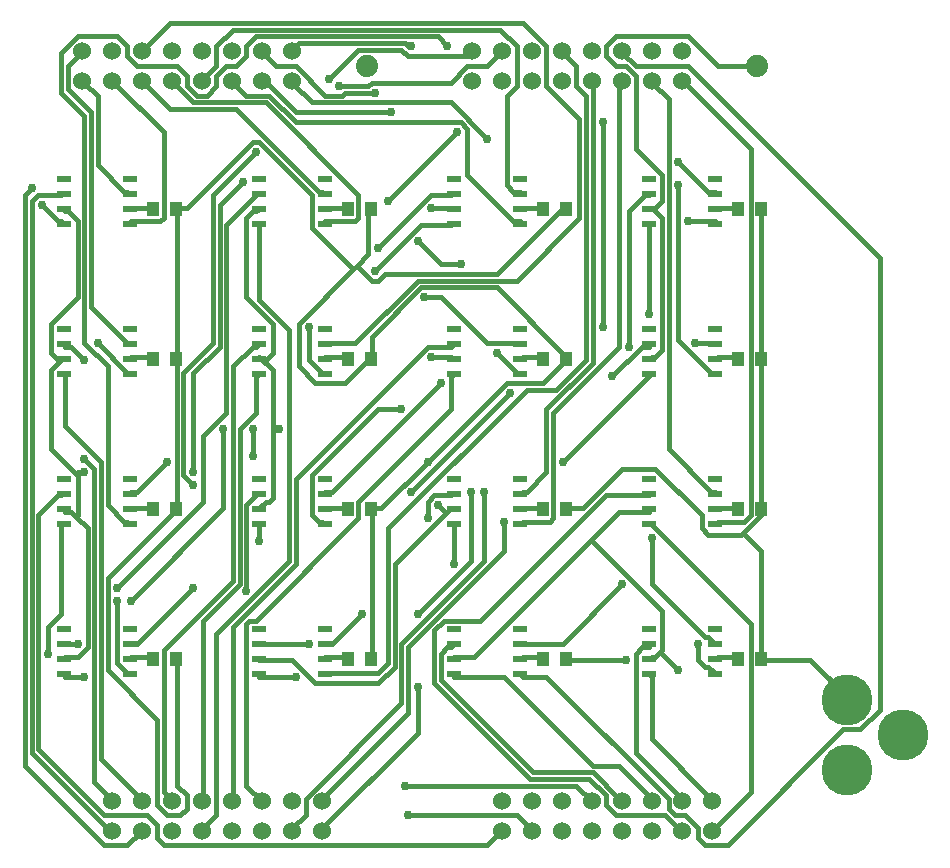
<source format=gbr>
G04 EAGLE Gerber X2 export*
%TF.Part,Single*%
%TF.FileFunction,Copper,L1,Top,Mixed*%
%TF.FilePolarity,Positive*%
%TF.GenerationSoftware,Autodesk,EAGLE,8.6.3*%
%TF.CreationDate,2018-04-24T10:21:06Z*%
G75*
%MOMM*%
%FSLAX34Y34*%
%LPD*%
%AMOC8*
5,1,8,0,0,1.08239X$1,22.5*%
G01*
%ADD10C,1.530000*%
%ADD11C,4.318000*%
%ADD12C,1.879600*%
%ADD13R,1.000000X1.250000*%
%ADD14R,1.200000X0.600000*%
%ADD15C,0.406400*%
%ADD16C,0.756400*%


D10*
X76200Y660400D03*
X76200Y685800D03*
X101600Y660400D03*
X101600Y685800D03*
X127000Y660400D03*
X127000Y685800D03*
X152400Y660400D03*
X152400Y685800D03*
X177800Y660400D03*
X177800Y685800D03*
X203200Y660400D03*
X203200Y685800D03*
X228600Y660400D03*
X228600Y685800D03*
X254000Y660400D03*
X254000Y685800D03*
X406400Y660400D03*
X406400Y685800D03*
X431800Y660400D03*
X431800Y685800D03*
X457200Y660400D03*
X457200Y685800D03*
X482600Y660400D03*
X482600Y685800D03*
X508000Y660400D03*
X508000Y685800D03*
X533400Y660400D03*
X533400Y685800D03*
X558800Y660400D03*
X558800Y685800D03*
X584200Y660400D03*
X584200Y685800D03*
D11*
X723900Y137000D03*
X723900Y77000D03*
X770900Y107000D03*
D10*
X101600Y25400D03*
X101600Y50800D03*
X127000Y25400D03*
X127000Y50800D03*
X152400Y25400D03*
X152400Y50800D03*
X177800Y25400D03*
X177800Y50800D03*
X203200Y25400D03*
X203200Y50800D03*
X228600Y25400D03*
X228600Y50800D03*
X254000Y25400D03*
X254000Y50800D03*
X279400Y25400D03*
X279400Y50800D03*
X431800Y25400D03*
X431800Y50800D03*
X457200Y25400D03*
X457200Y50800D03*
X482600Y25400D03*
X482600Y50800D03*
X508000Y25400D03*
X508000Y50800D03*
X533400Y25400D03*
X533400Y50800D03*
X558800Y25400D03*
X558800Y50800D03*
X584200Y25400D03*
X584200Y50800D03*
X609600Y25400D03*
X609600Y50800D03*
D12*
X647700Y673100D03*
X317500Y673100D03*
D13*
X136050Y552450D03*
X156050Y552450D03*
D14*
X60900Y577850D03*
X60900Y565150D03*
X60900Y552450D03*
X60900Y539750D03*
X116900Y539750D03*
X116900Y552450D03*
X116900Y565150D03*
X116900Y577850D03*
D13*
X301150Y552450D03*
X321150Y552450D03*
D14*
X226000Y577850D03*
X226000Y565150D03*
X226000Y552450D03*
X226000Y539750D03*
X282000Y539750D03*
X282000Y552450D03*
X282000Y565150D03*
X282000Y577850D03*
D13*
X466250Y552450D03*
X486250Y552450D03*
D14*
X391100Y577850D03*
X391100Y565150D03*
X391100Y552450D03*
X391100Y539750D03*
X447100Y539750D03*
X447100Y552450D03*
X447100Y565150D03*
X447100Y577850D03*
D13*
X631350Y552450D03*
X651350Y552450D03*
D14*
X556200Y577850D03*
X556200Y565150D03*
X556200Y552450D03*
X556200Y539750D03*
X612200Y539750D03*
X612200Y552450D03*
X612200Y565150D03*
X612200Y577850D03*
D13*
X136050Y425450D03*
X156050Y425450D03*
D14*
X60900Y450850D03*
X60900Y438150D03*
X60900Y425450D03*
X60900Y412750D03*
X116900Y412750D03*
X116900Y425450D03*
X116900Y438150D03*
X116900Y450850D03*
D13*
X301150Y425450D03*
X321150Y425450D03*
D14*
X226000Y450850D03*
X226000Y438150D03*
X226000Y425450D03*
X226000Y412750D03*
X282000Y412750D03*
X282000Y425450D03*
X282000Y438150D03*
X282000Y450850D03*
D13*
X466250Y425450D03*
X486250Y425450D03*
D14*
X391100Y450850D03*
X391100Y438150D03*
X391100Y425450D03*
X391100Y412750D03*
X447100Y412750D03*
X447100Y425450D03*
X447100Y438150D03*
X447100Y450850D03*
D13*
X631350Y425450D03*
X651350Y425450D03*
D14*
X556200Y450850D03*
X556200Y438150D03*
X556200Y425450D03*
X556200Y412750D03*
X612200Y412750D03*
X612200Y425450D03*
X612200Y438150D03*
X612200Y450850D03*
D13*
X136050Y298450D03*
X156050Y298450D03*
D14*
X60900Y323850D03*
X60900Y311150D03*
X60900Y298450D03*
X60900Y285750D03*
X116900Y285750D03*
X116900Y298450D03*
X116900Y311150D03*
X116900Y323850D03*
D13*
X301150Y298450D03*
X321150Y298450D03*
D14*
X226000Y323850D03*
X226000Y311150D03*
X226000Y298450D03*
X226000Y285750D03*
X282000Y285750D03*
X282000Y298450D03*
X282000Y311150D03*
X282000Y323850D03*
D13*
X466250Y298450D03*
X486250Y298450D03*
D14*
X391100Y323850D03*
X391100Y311150D03*
X391100Y298450D03*
X391100Y285750D03*
X447100Y285750D03*
X447100Y298450D03*
X447100Y311150D03*
X447100Y323850D03*
D13*
X631350Y298450D03*
X651350Y298450D03*
D14*
X556200Y323850D03*
X556200Y311150D03*
X556200Y298450D03*
X556200Y285750D03*
X612200Y285750D03*
X612200Y298450D03*
X612200Y311150D03*
X612200Y323850D03*
D13*
X136050Y171450D03*
X156050Y171450D03*
D14*
X60900Y196850D03*
X60900Y184150D03*
X60900Y171450D03*
X60900Y158750D03*
X116900Y158750D03*
X116900Y171450D03*
X116900Y184150D03*
X116900Y196850D03*
D13*
X301150Y171450D03*
X321150Y171450D03*
D14*
X226000Y196850D03*
X226000Y184150D03*
X226000Y171450D03*
X226000Y158750D03*
X282000Y158750D03*
X282000Y171450D03*
X282000Y184150D03*
X282000Y196850D03*
D13*
X466250Y171450D03*
X486250Y171450D03*
D14*
X391100Y196850D03*
X391100Y184150D03*
X391100Y171450D03*
X391100Y158750D03*
X447100Y158750D03*
X447100Y171450D03*
X447100Y184150D03*
X447100Y196850D03*
D13*
X631350Y171450D03*
X651350Y171450D03*
D14*
X556200Y196850D03*
X556200Y184150D03*
X556200Y171450D03*
X556200Y158750D03*
X612200Y158750D03*
X612200Y171450D03*
X612200Y184150D03*
X612200Y196850D03*
D15*
X134112Y553212D02*
X117348Y553212D01*
X116900Y552450D01*
X134112Y553212D02*
X136050Y552450D01*
X134112Y427482D02*
X117348Y427482D01*
X116900Y425450D01*
X134112Y427482D02*
X136050Y425450D01*
X282194Y553212D02*
X298958Y553212D01*
X282194Y553212D02*
X282000Y552450D01*
X298958Y553212D02*
X301150Y552450D01*
X298958Y427482D02*
X282194Y427482D01*
X282000Y425450D01*
X298958Y427482D02*
X301150Y425450D01*
X449834Y553212D02*
X463804Y553212D01*
X449834Y553212D02*
X447100Y552450D01*
X463804Y553212D02*
X466250Y552450D01*
X614680Y553212D02*
X628650Y553212D01*
X614680Y553212D02*
X612200Y552450D01*
X628650Y553212D02*
X631350Y552450D01*
X628650Y427482D02*
X614680Y427482D01*
X612200Y425450D01*
X628650Y427482D02*
X631350Y425450D01*
X463804Y427482D02*
X449834Y427482D01*
X447100Y425450D01*
X463804Y427482D02*
X466250Y425450D01*
X134112Y298958D02*
X117348Y298958D01*
X116900Y298450D01*
X134112Y298958D02*
X136050Y298450D01*
X134112Y173228D02*
X117348Y173228D01*
X116900Y171450D01*
X134112Y173228D02*
X136050Y171450D01*
X282194Y298958D02*
X298958Y298958D01*
X282194Y298958D02*
X282000Y298450D01*
X298958Y298958D02*
X301150Y298450D01*
X298958Y173228D02*
X282194Y173228D01*
X282000Y171450D01*
X298958Y173228D02*
X301150Y171450D01*
X449834Y173228D02*
X463804Y173228D01*
X449834Y173228D02*
X447100Y171450D01*
X463804Y173228D02*
X466250Y171450D01*
X463804Y298958D02*
X449834Y298958D01*
X447100Y298450D01*
X463804Y298958D02*
X466250Y298450D01*
X614680Y298958D02*
X628650Y298958D01*
X614680Y298958D02*
X612200Y298450D01*
X628650Y298958D02*
X631350Y298450D01*
X628650Y173228D02*
X614680Y173228D01*
X612200Y171450D01*
X628650Y173228D02*
X631350Y171450D01*
X536448Y170434D02*
X488950Y170434D01*
X486250Y171450D01*
X653796Y170434D02*
X692912Y170434D01*
X723646Y139700D01*
X653796Y170434D02*
X651350Y171450D01*
X723646Y139700D02*
X723900Y137000D01*
X651002Y427482D02*
X651002Y550418D01*
X651002Y427482D02*
X651350Y425450D01*
X651002Y550418D02*
X651350Y552450D01*
X500126Y298958D02*
X488950Y298958D01*
X500126Y298958D02*
X533654Y332486D01*
X561594Y332486D01*
X600710Y293370D01*
X600710Y282194D01*
X606298Y276606D01*
X634238Y276606D01*
X635635Y278003D02*
X653796Y296164D01*
X635635Y278003D02*
X634238Y276606D01*
X488950Y298958D02*
X486250Y298450D01*
X651350Y298450D02*
X653796Y296164D01*
X651002Y298958D02*
X651002Y424688D01*
X651350Y425450D01*
X651002Y298958D02*
X651350Y298450D01*
X651002Y262636D02*
X651002Y173228D01*
X651002Y262636D02*
X635635Y278003D01*
X651002Y173228D02*
X651350Y171450D01*
X156464Y427482D02*
X156464Y550418D01*
X156464Y427482D02*
X156050Y425450D01*
X156464Y550418D02*
X156050Y552450D01*
X156464Y170434D02*
X156464Y64262D01*
X164846Y55880D01*
X164846Y44704D01*
X159258Y39116D01*
X148082Y39116D01*
X139700Y47498D01*
X139700Y120142D01*
X97790Y162052D01*
X97790Y240284D01*
X153670Y296164D01*
X156050Y171450D02*
X156464Y170434D01*
X153670Y296164D02*
X156050Y298450D01*
X156464Y298958D02*
X156464Y424688D01*
X156050Y425450D01*
X156464Y298958D02*
X156050Y298450D01*
X321310Y296164D02*
X321310Y173228D01*
X321150Y171450D01*
X321310Y296164D02*
X321150Y298450D01*
X321310Y427482D02*
X321310Y444246D01*
X363220Y486156D01*
X427482Y486156D01*
X486156Y427482D01*
X321310Y427482D02*
X321150Y425450D01*
X486156Y427482D02*
X486250Y425450D01*
X318516Y514096D02*
X318516Y550418D01*
X305943Y501523D02*
X259842Y455422D01*
X305943Y501523D02*
X308737Y504317D01*
X318516Y514096D01*
X259842Y455422D02*
X259842Y419100D01*
X273812Y405130D01*
X298958Y405130D01*
X318516Y424688D01*
X318516Y550418D02*
X321150Y552450D01*
X321150Y425450D02*
X318516Y424688D01*
X480568Y550418D02*
X486156Y550418D01*
X480568Y550418D02*
X427482Y497332D01*
X332486Y497332D01*
X326898Y491744D01*
X321310Y491744D01*
X308737Y504317D01*
X486156Y550418D02*
X486250Y552450D01*
X329692Y298958D02*
X321310Y298958D01*
X368808Y338074D02*
X435864Y405130D01*
X368808Y338074D02*
X329692Y298958D01*
X435864Y405130D02*
X466598Y405130D01*
X486156Y424688D01*
X321310Y298958D02*
X321150Y298450D01*
X486156Y424688D02*
X486250Y425450D01*
X164846Y553212D02*
X156464Y553212D01*
X164846Y553212D02*
X220726Y609092D01*
X226314Y609092D01*
X271018Y564388D01*
X271018Y536448D01*
X305943Y501523D01*
X156464Y553212D02*
X156050Y552450D01*
D16*
X536448Y170434D03*
X368808Y338074D03*
D15*
X114554Y567182D02*
X111760Y567182D01*
X89408Y589534D01*
X89408Y648208D01*
X78232Y659384D01*
X114554Y567182D02*
X116900Y565150D01*
X78232Y659384D02*
X76200Y660400D01*
X117348Y542036D02*
X142494Y542036D01*
X145288Y544830D01*
X145288Y617474D01*
X103378Y659384D01*
X117348Y542036D02*
X116900Y539750D01*
X103378Y659384D02*
X101600Y660400D01*
X276606Y567182D02*
X279400Y567182D01*
X276606Y567182D02*
X206756Y637032D01*
X150876Y637032D01*
X128524Y659384D01*
X279400Y567182D02*
X282000Y565150D01*
X128524Y659384D02*
X127000Y660400D01*
X282194Y542036D02*
X307340Y542036D01*
X310134Y544830D01*
X310134Y564388D01*
X231902Y642620D01*
X170434Y642620D01*
X153670Y659384D01*
X282194Y542036D02*
X282000Y539750D01*
X153670Y659384D02*
X152400Y660400D01*
X441452Y567182D02*
X447040Y567182D01*
X441452Y567182D02*
X435864Y572770D01*
X435864Y648208D01*
X444246Y656590D01*
X444246Y690118D01*
X430276Y704088D01*
X203962Y704088D01*
X189992Y690118D01*
X189992Y673354D01*
X178816Y662178D01*
X447040Y567182D02*
X447100Y565150D01*
X178816Y662178D02*
X177800Y660400D01*
X441452Y542036D02*
X447040Y542036D01*
X441452Y542036D02*
X402336Y581152D01*
X402336Y620268D01*
X396748Y625856D01*
X257048Y625856D01*
X234696Y648208D01*
X215138Y648208D01*
X203962Y659384D01*
X447040Y542036D02*
X447100Y539750D01*
X203962Y659384D02*
X203200Y660400D01*
X606298Y567182D02*
X611886Y567182D01*
X606298Y567182D02*
X581152Y592328D01*
X338074Y634238D02*
X257048Y634238D01*
X229108Y662178D01*
X611886Y567182D02*
X612200Y565150D01*
X229108Y662178D02*
X228600Y660400D01*
D16*
X581152Y592328D03*
X338074Y634238D03*
D15*
X589534Y542036D02*
X611886Y542036D01*
X419100Y611886D02*
X388366Y642620D01*
X271018Y642620D01*
X254254Y659384D01*
X611886Y542036D02*
X612200Y539750D01*
X254254Y659384D02*
X254000Y660400D01*
D16*
X589534Y542036D03*
X419100Y611886D03*
D15*
X114554Y438658D02*
X83820Y469392D01*
X83820Y634238D01*
X64262Y653796D01*
X64262Y673354D01*
X75438Y684530D01*
X114554Y438658D02*
X116900Y438150D01*
X75438Y684530D02*
X76200Y685800D01*
X89408Y438658D02*
X114554Y413512D01*
X116900Y412750D01*
D16*
X89408Y438658D03*
D15*
X282194Y438658D02*
X307340Y438658D01*
X360426Y491744D01*
X444246Y491744D01*
X497332Y544830D01*
X497332Y628650D01*
X469392Y656590D01*
X469392Y690118D01*
X449834Y709676D01*
X150876Y709676D01*
X127000Y685800D01*
X282194Y438658D02*
X282000Y438150D01*
X268224Y424688D02*
X279400Y413512D01*
X268224Y424688D02*
X268224Y452628D01*
X279400Y413512D02*
X282000Y412750D01*
D16*
X268224Y452628D03*
D15*
X419100Y438658D02*
X447040Y438658D01*
X419100Y438658D02*
X379984Y477774D01*
X366014Y477774D01*
X447040Y438658D02*
X447100Y438150D01*
D16*
X366014Y477774D03*
D15*
X444246Y413512D02*
X447040Y413512D01*
X444246Y413512D02*
X427482Y430276D01*
X396748Y505714D02*
X379984Y505714D01*
X360426Y525272D01*
X447040Y413512D02*
X447100Y412750D01*
D16*
X427482Y430276D03*
X396748Y505714D03*
X360426Y525272D03*
D15*
X595122Y438658D02*
X611886Y438658D01*
X324104Y651002D02*
X298958Y651002D01*
X296164Y648208D01*
X282194Y648208D01*
X257048Y673354D01*
X240284Y673354D01*
X229108Y684530D01*
X611886Y438658D02*
X612200Y438150D01*
X229108Y684530D02*
X228600Y685800D01*
D16*
X595122Y438658D03*
X324104Y651002D03*
D15*
X609092Y413512D02*
X611886Y413512D01*
X609092Y413512D02*
X581152Y441452D01*
X581152Y572770D01*
X354838Y690118D02*
X352044Y690118D01*
X349250Y692912D01*
X259842Y692912D01*
X254254Y687324D01*
X611886Y413512D02*
X612200Y412750D01*
X254000Y685800D02*
X254254Y687324D01*
D16*
X581152Y572770D03*
X354838Y690118D03*
D15*
X122936Y312928D02*
X117348Y312928D01*
X122936Y312928D02*
X148082Y338074D01*
X335280Y558800D02*
X393954Y617474D01*
X117348Y312928D02*
X116900Y311150D01*
D16*
X148082Y338074D03*
X335280Y558800D03*
X393954Y617474D03*
D15*
X114554Y287782D02*
X111760Y287782D01*
X97790Y301752D01*
X97790Y419100D01*
X78232Y438658D01*
X78232Y631444D01*
X58674Y651002D01*
X58674Y684530D01*
X72644Y698500D01*
X106172Y698500D01*
X114554Y690118D01*
X114554Y681736D01*
X122936Y673354D01*
X156464Y673354D01*
X164846Y664972D01*
X164846Y656590D01*
X173228Y648208D01*
X181610Y648208D01*
X189992Y656590D01*
X189992Y664972D01*
X198374Y673354D01*
X206756Y673354D01*
X215138Y681736D01*
X215138Y690118D01*
X223520Y698500D01*
X377190Y698500D01*
X385572Y690118D01*
X114554Y287782D02*
X116900Y285750D01*
D16*
X385572Y690118D03*
D15*
X287782Y312928D02*
X282194Y312928D01*
X287782Y312928D02*
X379984Y405130D01*
X282194Y312928D02*
X282000Y311150D01*
D16*
X379984Y405130D03*
D15*
X279400Y287782D02*
X276606Y287782D01*
X271018Y293370D01*
X271018Y326898D01*
X326898Y382778D01*
X346456Y382778D01*
X516890Y452628D02*
X516890Y625856D01*
X279400Y287782D02*
X282000Y285750D01*
D16*
X346456Y382778D03*
X516890Y452628D03*
X516890Y625856D03*
D15*
X452628Y312928D02*
X449834Y312928D01*
X452628Y312928D02*
X469392Y329692D01*
X469392Y382778D01*
X508508Y421894D01*
X508508Y659384D01*
X449834Y312928D02*
X447100Y311150D01*
X508508Y659384D02*
X508000Y660400D01*
X472186Y287782D02*
X449834Y287782D01*
X472186Y287782D02*
X474980Y290576D01*
X474980Y379984D01*
X530860Y435864D01*
X530860Y659384D01*
X449834Y287782D02*
X447100Y285750D01*
X530860Y659384D02*
X533400Y660400D01*
X609092Y312928D02*
X611886Y312928D01*
X609092Y312928D02*
X572770Y349250D01*
X572770Y645414D01*
X558800Y659384D01*
X611886Y312928D02*
X612200Y311150D01*
X558800Y659384D02*
X558800Y660400D01*
X614680Y287782D02*
X637032Y287782D01*
X642620Y293370D01*
X642620Y603504D01*
X586740Y659384D01*
X614680Y287782D02*
X612200Y285750D01*
X586740Y659384D02*
X584200Y660400D01*
X122936Y184404D02*
X117348Y184404D01*
X122936Y184404D02*
X170434Y231902D01*
X170434Y318516D02*
X162052Y326898D01*
X162052Y413512D01*
X187198Y438658D01*
X187198Y564388D01*
X223520Y600710D01*
X284988Y662178D02*
X310134Y687324D01*
X346456Y687324D01*
X352044Y681736D01*
X402336Y681736D01*
X406400Y685800D01*
X117348Y184404D02*
X116900Y184150D01*
D16*
X170434Y231902D03*
X170434Y318516D03*
X223520Y600710D03*
X284988Y662178D03*
D15*
X106172Y167640D02*
X114554Y159258D01*
X106172Y167640D02*
X106172Y220726D01*
X170434Y329692D02*
X170434Y413512D01*
X192786Y435864D01*
X192786Y556006D01*
X212344Y575564D01*
X293370Y656590D02*
X318516Y656590D01*
X321310Y659384D01*
X388366Y659384D01*
X402336Y673354D01*
X419100Y673354D01*
X430276Y684530D01*
X116900Y158750D02*
X114554Y159258D01*
X430276Y684530D02*
X431800Y685800D01*
D16*
X106172Y220726D03*
X170434Y329692D03*
X212344Y575564D03*
X293370Y656590D03*
D15*
X287782Y184404D02*
X282194Y184404D01*
X287782Y184404D02*
X312928Y209550D01*
X354838Y312928D02*
X438658Y396748D01*
X282194Y184404D02*
X282000Y184150D01*
D16*
X312928Y209550D03*
X354838Y312928D03*
X438658Y396748D03*
D15*
X326898Y159258D02*
X282194Y159258D01*
X326898Y159258D02*
X335280Y167640D01*
X335280Y282194D01*
X452628Y399542D01*
X477774Y399542D01*
X502920Y424688D01*
X502920Y648208D01*
X494538Y656590D01*
X494538Y673354D01*
X483362Y684530D01*
X282194Y159258D02*
X282000Y158750D01*
X483362Y684530D02*
X482600Y685800D01*
X483362Y184404D02*
X449834Y184404D01*
X483362Y184404D02*
X533654Y234696D01*
X449834Y184404D02*
X447100Y184150D01*
D16*
X533654Y234696D03*
D15*
X469392Y156464D02*
X449834Y156464D01*
X469392Y156464D02*
X572770Y53086D01*
X572770Y44704D01*
X578358Y39116D01*
X586740Y39116D01*
X597916Y27940D01*
X597916Y19558D01*
X603504Y13970D01*
X623062Y13970D01*
X720852Y111760D01*
X734822Y111760D01*
X751586Y128524D01*
X751586Y511302D01*
X589534Y673354D01*
X544830Y673354D01*
X533654Y684530D01*
X447100Y158750D02*
X449834Y156464D01*
X533654Y684530D02*
X533400Y685800D01*
X606298Y189992D02*
X611886Y184404D01*
X606298Y189992D02*
X603504Y189992D01*
X558800Y234696D01*
X558800Y273812D01*
X611886Y184404D02*
X612200Y184150D01*
D16*
X558800Y273812D03*
D15*
X606298Y164846D02*
X611886Y159258D01*
X606298Y164846D02*
X603504Y164846D01*
X597916Y170434D01*
X597916Y184404D01*
X611886Y159258D02*
X612200Y158750D01*
D16*
X597916Y184404D03*
D15*
X58674Y564388D02*
X39116Y564388D01*
X33528Y558800D01*
X33528Y92202D01*
X100584Y25146D01*
X58674Y564388D02*
X60900Y565150D01*
X101600Y25400D02*
X100584Y25146D01*
X58674Y542036D02*
X55880Y542036D01*
X41910Y556006D01*
X27940Y564388D02*
X33528Y569976D01*
X27940Y564388D02*
X27940Y81026D01*
X94996Y13970D01*
X114554Y13970D01*
X125730Y25146D01*
X60900Y539750D02*
X58674Y542036D01*
X127000Y25400D02*
X125730Y25146D01*
D16*
X41910Y556006D03*
X33528Y569976D03*
D15*
X198374Y539242D02*
X223520Y564388D01*
X198374Y539242D02*
X198374Y379984D01*
X178816Y360426D01*
X178816Y304546D01*
X106172Y231902D01*
X223520Y564388D02*
X226000Y565150D01*
D16*
X106172Y231902D03*
D15*
X226314Y474980D02*
X226314Y539242D01*
X226314Y474980D02*
X251460Y449834D01*
X251460Y254254D01*
X189992Y192786D01*
X189992Y39116D01*
X178816Y27940D01*
X226314Y539242D02*
X226000Y539750D01*
X178816Y27940D02*
X177800Y25400D01*
X371602Y564388D02*
X388366Y564388D01*
X371602Y564388D02*
X326898Y519684D01*
X195580Y366014D02*
X195580Y298958D01*
X117348Y220726D01*
X388366Y564388D02*
X391100Y565150D01*
D16*
X326898Y519684D03*
X195580Y366014D03*
X117348Y220726D03*
D15*
X363220Y539242D02*
X388366Y539242D01*
X363220Y539242D02*
X324104Y500126D01*
X220726Y366014D02*
X220726Y343662D01*
X388366Y539242D02*
X391100Y539750D01*
D16*
X324104Y500126D03*
X220726Y366014D03*
X220726Y343662D03*
D15*
X556006Y463804D02*
X556006Y539242D01*
X405130Y312928D02*
X405130Y254254D01*
X360426Y209550D01*
X360426Y148082D02*
X360426Y108966D01*
X279400Y27940D01*
X556006Y539242D02*
X556200Y539750D01*
X279400Y27940D02*
X279400Y25400D01*
D16*
X556006Y463804D03*
X405130Y312928D03*
X360426Y209550D03*
X360426Y148082D03*
D15*
X553212Y564388D02*
X556006Y564388D01*
X553212Y564388D02*
X539242Y550418D01*
X539242Y435864D01*
X416306Y312928D02*
X416306Y254254D01*
X346456Y184404D01*
X346456Y134112D01*
X265430Y53086D01*
X265430Y39116D01*
X254254Y27940D01*
X556006Y564388D02*
X556200Y565150D01*
X254254Y27940D02*
X254000Y25400D01*
D16*
X539242Y435864D03*
X416306Y312928D03*
D15*
X67056Y435864D02*
X61468Y435864D01*
X67056Y435864D02*
X78232Y424688D01*
X78232Y340868D02*
X86614Y332486D01*
X86614Y67056D01*
X100584Y53086D01*
X61468Y435864D02*
X60900Y438150D01*
X100584Y53086D02*
X101600Y50800D01*
D16*
X78232Y424688D03*
X78232Y340868D03*
D15*
X61468Y368808D02*
X61468Y410718D01*
X61468Y368808D02*
X92202Y338074D01*
X92202Y86614D01*
X125730Y53086D01*
X61468Y410718D02*
X60900Y412750D01*
X125730Y53086D02*
X127000Y50800D01*
X220726Y435864D02*
X223520Y435864D01*
X220726Y435864D02*
X203962Y419100D01*
X203962Y237490D01*
X145288Y178816D01*
X145288Y58674D01*
X150876Y53086D01*
X223520Y435864D02*
X226000Y438150D01*
X150876Y53086D02*
X152400Y50800D01*
X223520Y379984D02*
X223520Y410718D01*
X223520Y379984D02*
X209550Y366014D01*
X209550Y234696D01*
X178816Y203962D01*
X178816Y53086D01*
X223520Y410718D02*
X226000Y412750D01*
X178816Y53086D02*
X177800Y50800D01*
X368808Y435864D02*
X388366Y435864D01*
X368808Y435864D02*
X257048Y324104D01*
X257048Y251460D01*
X203962Y198374D01*
X203962Y53086D01*
X388366Y435864D02*
X391100Y438150D01*
X203962Y53086D02*
X203200Y50800D01*
X388366Y382778D02*
X388366Y410718D01*
X388366Y382778D02*
X310134Y304546D01*
X310134Y290576D01*
X223520Y203962D01*
X217932Y203962D01*
X215138Y201168D01*
X215138Y64262D01*
X228600Y50800D01*
X388366Y410718D02*
X391100Y412750D01*
X550418Y435864D02*
X556006Y435864D01*
X550418Y435864D02*
X525272Y410718D01*
X556006Y435864D02*
X556200Y438150D01*
D16*
X525272Y410718D03*
D15*
X556006Y410718D02*
X483362Y338074D01*
X433070Y287782D02*
X433070Y262636D01*
X352044Y181610D01*
X352044Y125730D01*
X279400Y53086D01*
X556006Y410718D02*
X556200Y412750D01*
X279400Y53086D02*
X279400Y50800D01*
D16*
X483362Y338074D03*
X433070Y287782D03*
D15*
X58674Y310134D02*
X55880Y310134D01*
X39116Y293370D01*
X39116Y94996D01*
X94996Y39116D01*
X131318Y39116D01*
X139700Y30734D01*
X139700Y19558D01*
X145288Y13970D01*
X419100Y13970D01*
X430276Y25146D01*
X60900Y311150D02*
X58674Y310134D01*
X430276Y25146D02*
X431800Y25400D01*
X58674Y209550D02*
X58674Y284988D01*
X58674Y209550D02*
X47498Y198374D01*
X47498Y176022D01*
X352044Y39116D02*
X444246Y39116D01*
X455422Y27940D01*
X60900Y285750D02*
X58674Y284988D01*
X455422Y27940D02*
X457200Y25400D01*
D16*
X47498Y176022D03*
X352044Y39116D03*
D15*
X215138Y301752D02*
X223520Y310134D01*
X215138Y301752D02*
X215138Y229108D01*
X223520Y310134D02*
X226000Y311150D01*
D16*
X215138Y229108D03*
D15*
X226314Y271018D02*
X226314Y284988D01*
X226000Y285750D01*
D16*
X226314Y271018D03*
D15*
X374396Y310134D02*
X388366Y310134D01*
X374396Y310134D02*
X368808Y304546D01*
X368808Y290576D01*
X388366Y310134D02*
X391100Y311150D01*
D16*
X368808Y290576D03*
D15*
X391160Y284988D02*
X391160Y251460D01*
X391160Y284988D02*
X391100Y285750D01*
D16*
X391160Y251460D03*
D15*
X519684Y310134D02*
X556006Y310134D01*
X519684Y310134D02*
X413512Y203962D01*
X382778Y203962D01*
X374396Y195580D01*
X374396Y150876D01*
X455422Y69850D01*
X505714Y69850D01*
X519684Y55880D01*
X519684Y47498D01*
X528066Y39116D01*
X569976Y39116D01*
X583946Y25146D01*
X556006Y310134D02*
X556200Y311150D01*
X584200Y25400D02*
X583946Y25146D01*
X642620Y201168D02*
X558800Y284988D01*
X642620Y201168D02*
X642620Y58674D01*
X611886Y27940D01*
X558800Y284988D02*
X556200Y285750D01*
X611886Y27940D02*
X609600Y25400D01*
X72644Y184404D02*
X61468Y184404D01*
X60900Y184150D01*
D16*
X72644Y184404D03*
D15*
X78232Y156464D02*
X61468Y156464D01*
X60900Y158750D01*
D16*
X78232Y156464D03*
D15*
X226314Y184404D02*
X268224Y184404D01*
X226314Y184404D02*
X226000Y184150D01*
D16*
X268224Y184404D03*
D15*
X257048Y156464D02*
X226314Y156464D01*
X349250Y64262D02*
X494538Y64262D01*
X508000Y50800D01*
X226314Y156464D02*
X226000Y158750D01*
D16*
X257048Y156464D03*
X349250Y64262D03*
D15*
X385572Y181610D02*
X388366Y181610D01*
X385572Y181610D02*
X379984Y176022D01*
X379984Y153670D01*
X458216Y75438D01*
X508508Y75438D01*
X530860Y53086D01*
X391100Y184150D02*
X388366Y181610D01*
X530860Y53086D02*
X533400Y50800D01*
X433070Y156464D02*
X391160Y156464D01*
X433070Y156464D02*
X508508Y81026D01*
X530860Y81026D01*
X558800Y53086D01*
X391160Y156464D02*
X391100Y158750D01*
X558800Y53086D02*
X558800Y50800D01*
X556006Y181610D02*
X550418Y181610D01*
X544830Y176022D01*
X544830Y92202D01*
X583946Y53086D01*
X556006Y181610D02*
X556200Y184150D01*
X583946Y53086D02*
X584200Y50800D01*
X558800Y103378D02*
X558800Y156464D01*
X558800Y103378D02*
X609092Y53086D01*
X558800Y156464D02*
X556200Y158750D01*
X609092Y53086D02*
X609600Y50800D01*
X407924Y173228D02*
X391160Y173228D01*
X507111Y272415D02*
X530860Y296164D01*
X507111Y272415D02*
X407924Y173228D01*
X530860Y296164D02*
X556006Y296164D01*
X391160Y173228D02*
X391100Y171450D01*
X556006Y296164D02*
X556200Y298450D01*
X558800Y173228D02*
X561594Y173228D01*
X565785Y177419D02*
X567182Y178816D01*
X565785Y177419D02*
X561594Y173228D01*
X567182Y178816D02*
X567182Y212344D01*
X507111Y272415D01*
X558800Y173228D02*
X556200Y171450D01*
X565785Y177419D02*
X581152Y162052D01*
X561594Y427482D02*
X558800Y427482D01*
X561594Y427482D02*
X567182Y433070D01*
X567182Y544830D01*
X558800Y553212D01*
X558800Y427482D02*
X556200Y425450D01*
X556200Y552450D02*
X558800Y553212D01*
X614680Y673354D02*
X645414Y673354D01*
X614680Y673354D02*
X589534Y698500D01*
X528066Y698500D01*
X519684Y690118D01*
X519684Y681736D01*
X528066Y673354D01*
X536448Y673354D01*
X544830Y664972D01*
X544830Y603504D01*
X567182Y581152D01*
X567182Y558800D01*
X561594Y553212D01*
X645414Y673354D02*
X647700Y673100D01*
X561594Y553212D02*
X556200Y552450D01*
X72644Y173228D02*
X61468Y173228D01*
X72644Y173228D02*
X81026Y181610D01*
X81026Y282194D01*
X71247Y291973D02*
X67056Y296164D01*
X71247Y291973D02*
X81026Y282194D01*
X67056Y296164D02*
X61468Y296164D01*
X61468Y173228D02*
X60900Y171450D01*
X61468Y296164D02*
X60900Y298450D01*
X50292Y416306D02*
X58674Y424688D01*
X50292Y416306D02*
X50292Y349250D01*
X71247Y328295D02*
X72644Y326898D01*
X71247Y328295D02*
X50292Y349250D01*
X72644Y326898D02*
X72644Y293370D01*
X58674Y424688D02*
X60900Y425450D01*
X72644Y293370D02*
X71247Y291973D01*
X64262Y550418D02*
X61468Y550418D01*
X64262Y550418D02*
X72644Y542036D01*
X72644Y477774D01*
X50292Y455422D01*
X50292Y430276D01*
X55880Y424688D01*
X61468Y550418D02*
X60900Y552450D01*
X60900Y425450D02*
X55880Y424688D01*
X226314Y170434D02*
X254254Y170434D01*
X273812Y150876D01*
X326898Y150876D01*
X340868Y164846D01*
X340868Y251460D01*
X384175Y294767D02*
X388366Y298958D01*
X384175Y294767D02*
X340868Y251460D01*
X226000Y171450D02*
X226314Y170434D01*
X388366Y298958D02*
X391100Y298450D01*
X231902Y304546D02*
X226314Y298958D01*
X231902Y304546D02*
X234696Y304546D01*
X237490Y307340D01*
X237490Y366014D02*
X237490Y416306D01*
X237490Y366014D02*
X237490Y307340D01*
X237490Y416306D02*
X226314Y427482D01*
X226314Y298958D02*
X226000Y298450D01*
X226000Y425450D02*
X226314Y427482D01*
X223520Y550418D02*
X220726Y550418D01*
X215138Y544830D01*
X215138Y477774D01*
X237490Y455422D01*
X237490Y430276D01*
X231902Y424688D01*
X223520Y550418D02*
X226000Y552450D01*
X226000Y425450D02*
X231902Y424688D01*
X371602Y427482D02*
X388366Y427482D01*
X391100Y425450D01*
X388366Y553212D02*
X371602Y553212D01*
X388366Y553212D02*
X391100Y552450D01*
X243078Y366014D02*
X237490Y366014D01*
X377190Y301752D02*
X384175Y294767D01*
X78232Y329692D02*
X72644Y329692D01*
X71247Y328295D01*
D16*
X581152Y162052D03*
X371602Y427482D03*
X371602Y553212D03*
X243078Y366014D03*
X377190Y301752D03*
X78232Y329692D03*
M02*

</source>
